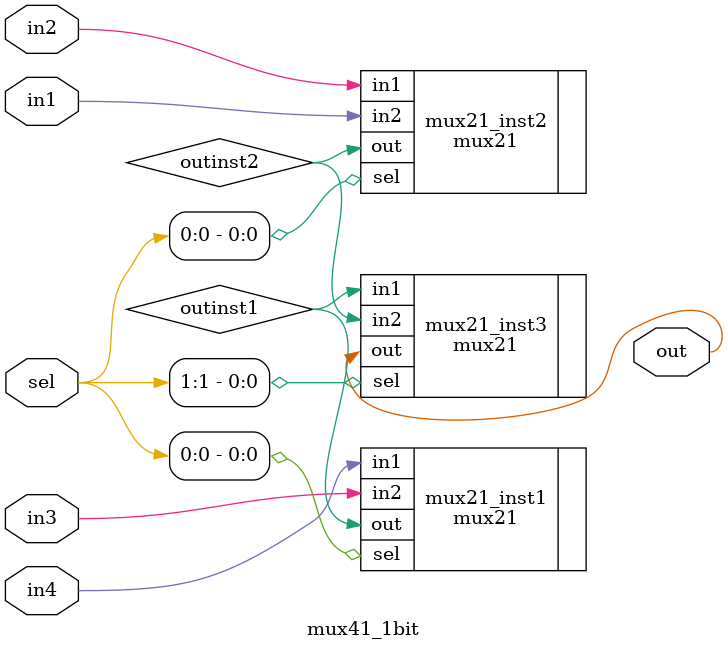
<source format=v>
module mux41_1bit(out,in1,in2,in3,in4,sel);

	output wire out;
	input wire [1:0] sel;
	input wire in1,in2,in3,in4;
	wire outinst1,outinst2;
	
mux21 mux21_inst1(
	.out(outinst1),
	.in1(in4),
	.in2(in3),
	.sel(sel[0])
);

mux21 mux21_inst2(
	.out(outinst2),
	.in1(in2),
	.in2(in1),
	.sel(sel[0])
);

mux21 mux21_inst3(
	.out(out),
	.in1(outinst1),
	.in2(outinst2),
	.sel(sel[1])
);
endmodule
	
</source>
